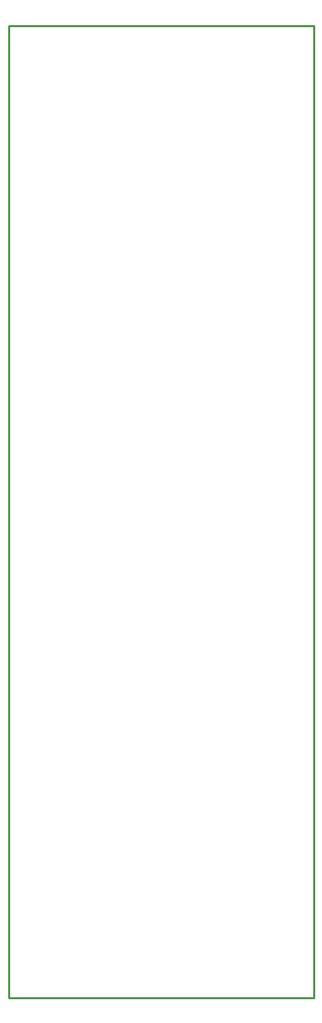
<source format=gm1>
G04*
G04 #@! TF.GenerationSoftware,Altium Limited,CircuitMaker,2.0.3 (51)*
G04*
G04 Layer_Color=16740166*
%FSAX24Y24*%
%MOIN*%
G70*
G04*
G04 #@! TF.SameCoordinates,AC49E966-F875-4E81-9CB4-5C45FD5EEA16*
G04*
G04*
G04 #@! TF.FilePolarity,Positive*
G04*
G01*
G75*
%ADD13C,0.0100*%
D13*
X036600Y002300D02*
Y050000D01*
Y002300D02*
X051600D01*
X036600Y050000D02*
X051600D01*
Y002300D02*
Y050000D01*
M02*

</source>
